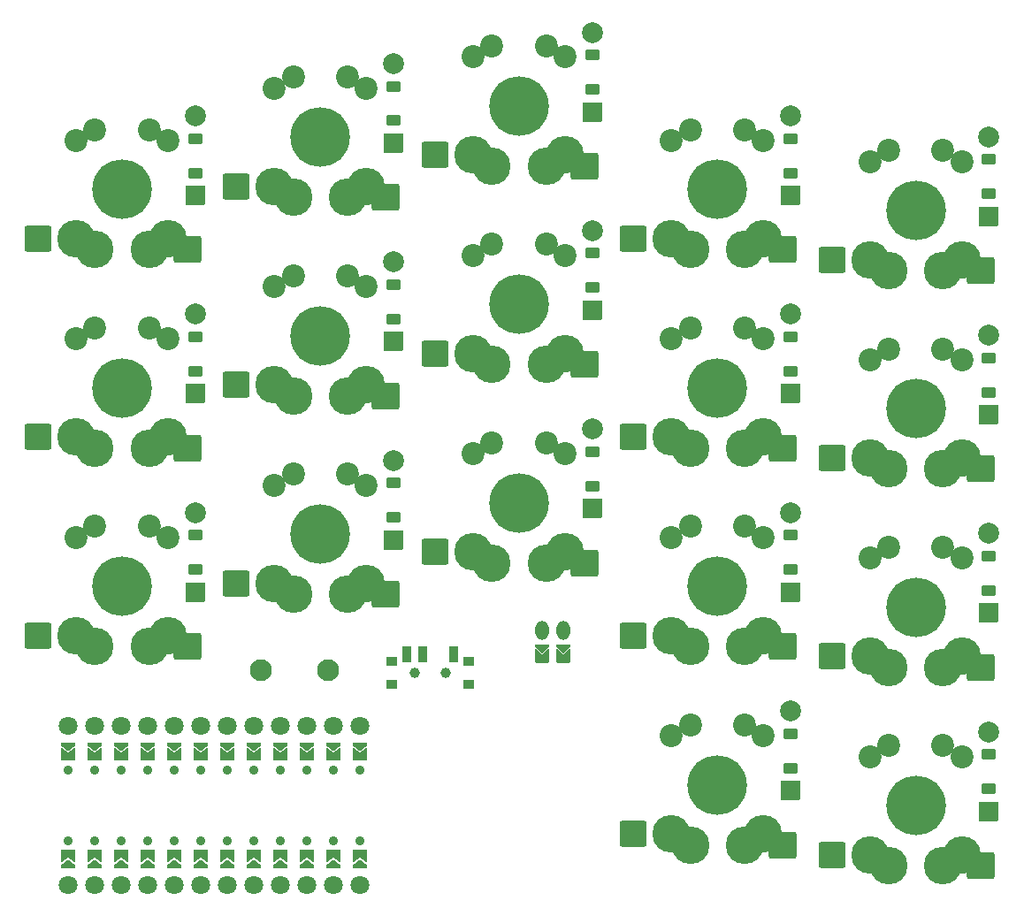
<source format=gbr>
%TF.GenerationSoftware,KiCad,Pcbnew,8.0.4*%
%TF.CreationDate,2024-08-31T21:53:54+08:00*%
%TF.ProjectId,board,626f6172-642e-46b6-9963-61645f706362,v1.0.0*%
%TF.SameCoordinates,Original*%
%TF.FileFunction,Soldermask,Bot*%
%TF.FilePolarity,Negative*%
%FSLAX46Y46*%
G04 Gerber Fmt 4.6, Leading zero omitted, Abs format (unit mm)*
G04 Created by KiCad (PCBNEW 8.0.4) date 2024-08-31 21:53:54*
%MOMM*%
%LPD*%
G01*
G04 APERTURE LIST*
G04 Aperture macros list*
%AMRoundRect*
0 Rectangle with rounded corners*
0 $1 Rounding radius*
0 $2 $3 $4 $5 $6 $7 $8 $9 X,Y pos of 4 corners*
0 Add a 4 corners polygon primitive as box body*
4,1,4,$2,$3,$4,$5,$6,$7,$8,$9,$2,$3,0*
0 Add four circle primitives for the rounded corners*
1,1,$1+$1,$2,$3*
1,1,$1+$1,$4,$5*
1,1,$1+$1,$6,$7*
1,1,$1+$1,$8,$9*
0 Add four rect primitives between the rounded corners*
20,1,$1+$1,$2,$3,$4,$5,0*
20,1,$1+$1,$4,$5,$6,$7,0*
20,1,$1+$1,$6,$7,$8,$9,0*
20,1,$1+$1,$8,$9,$2,$3,0*%
%AMFreePoly0*
4,1,16,-0.214645,0.660355,-0.210957,0.656235,0.289043,0.031235,0.299694,-0.005522,0.289043,-0.031235,-0.210957,-0.656235,-0.244478,-0.674694,-0.250000,-0.675000,-0.500000,-0.675000,-0.535355,-0.660355,-0.550000,-0.625000,-0.550000,0.625000,-0.535355,0.660355,-0.500000,0.675000,-0.250000,0.675000,-0.214645,0.660355,-0.214645,0.660355,$1*%
%AMFreePoly1*
4,1,16,0.535355,0.660355,0.550000,0.625000,0.550000,-0.625000,0.535355,-0.660355,0.500000,-0.675000,-0.650000,-0.675000,-0.685355,-0.660355,-0.700000,-0.625000,-0.689043,-0.593765,-0.214031,0.000000,-0.689043,0.593765,-0.699694,0.630522,-0.681235,0.664043,-0.650000,0.675000,0.500000,0.675000,0.535355,0.660355,0.535355,0.660355,$1*%
%AMFreePoly2*
4,1,16,0.635355,0.285355,0.650000,0.250000,0.650000,-1.000000,0.635355,-1.035355,0.600000,-1.050000,0.564645,-1.035355,0.000000,-0.470710,-0.564645,-1.035355,-0.600000,-1.050000,-0.635355,-1.035355,-0.650000,-1.000000,-0.650000,0.250000,-0.635355,0.285355,-0.600000,0.300000,0.600000,0.300000,0.635355,0.285355,0.635355,0.285355,$1*%
%AMFreePoly3*
4,1,14,0.035355,0.435355,0.635355,-0.164645,0.650000,-0.200000,0.650000,-0.400000,0.635355,-0.435355,0.600000,-0.450000,-0.600000,-0.450000,-0.635355,-0.435355,-0.650000,-0.400000,-0.650000,-0.200000,-0.635355,-0.164645,-0.035355,0.435355,0.000000,0.450000,0.035355,0.435355,0.035355,0.435355,$1*%
G04 Aperture macros list end*
%ADD10FreePoly0,270.000000*%
%ADD11C,1.800000*%
%ADD12FreePoly0,90.000000*%
%ADD13FreePoly1,90.000000*%
%ADD14C,0.900000*%
%ADD15FreePoly1,270.000000*%
%ADD16RoundRect,0.050000X0.500000X0.400000X-0.500000X0.400000X-0.500000X-0.400000X0.500000X-0.400000X0*%
%ADD17C,1.000000*%
%ADD18RoundRect,0.050000X0.350000X0.750000X-0.350000X0.750000X-0.350000X-0.750000X0.350000X-0.750000X0*%
%ADD19FreePoly2,180.000000*%
%ADD20O,1.300000X1.850000*%
%ADD21FreePoly3,180.000000*%
%ADD22C,2.100000*%
%ADD23RoundRect,0.050000X0.889000X-0.889000X0.889000X0.889000X-0.889000X0.889000X-0.889000X-0.889000X0*%
%ADD24RoundRect,0.050000X0.600000X-0.450000X0.600000X0.450000X-0.600000X0.450000X-0.600000X-0.450000X0*%
%ADD25C,2.005000*%
%ADD26RoundRect,0.250000X-1.050000X-1.000000X1.050000X-1.000000X1.050000X1.000000X-1.050000X1.000000X0*%
%ADD27C,3.600000*%
%ADD28C,5.700000*%
%ADD29C,2.200000*%
%ADD30RoundRect,0.260000X-1.090000X-1.040000X1.090000X-1.040000X1.090000X1.040000X-1.090000X1.040000X0*%
G04 APERTURE END LIST*
D10*
%TO.C,MCU1*%
X169810000Y-171450000D03*
D11*
X169810000Y-169330000D03*
D10*
X172350000Y-171450000D03*
D11*
X172350000Y-169330000D03*
D10*
X174890000Y-171450000D03*
D11*
X174890000Y-169330000D03*
D10*
X177430000Y-171450000D03*
D11*
X177430000Y-169330000D03*
D10*
X179970000Y-171450000D03*
D11*
X179970000Y-169330000D03*
D10*
X182510000Y-171450000D03*
D11*
X182510000Y-169330000D03*
D10*
X185050000Y-171450000D03*
D11*
X185050000Y-169330000D03*
D10*
X187590000Y-171450000D03*
D11*
X187590000Y-169330000D03*
D10*
X190130000Y-171450000D03*
D11*
X190130000Y-169330000D03*
D10*
X192670000Y-171450000D03*
D11*
X192670000Y-169330000D03*
D10*
X195210000Y-171450000D03*
D11*
X195210000Y-169330000D03*
D10*
X197750000Y-171450000D03*
D11*
X197750000Y-169330000D03*
X197750000Y-184570000D03*
D12*
X197750000Y-182450000D03*
D11*
X195210000Y-184570000D03*
D12*
X195210000Y-182450000D03*
D11*
X192670000Y-184570000D03*
D12*
X192670000Y-182450000D03*
D11*
X190130000Y-184570000D03*
D12*
X190130000Y-182450000D03*
D11*
X187590000Y-184570000D03*
D12*
X187590000Y-182450000D03*
D11*
X185050000Y-184570000D03*
D12*
X185050000Y-182450000D03*
D11*
X182510000Y-184570000D03*
D12*
X182510000Y-182450000D03*
D11*
X179970000Y-184570000D03*
D12*
X179970000Y-182450000D03*
D11*
X177430000Y-184570000D03*
D12*
X177430000Y-182450000D03*
D11*
X174890000Y-184570000D03*
D12*
X174890000Y-182450000D03*
D11*
X172350000Y-184570000D03*
D12*
X172350000Y-182450000D03*
D11*
X169810000Y-184570000D03*
D12*
X169810000Y-182450000D03*
D13*
X169810000Y-181725000D03*
D14*
X169810000Y-173550000D03*
D13*
X172350000Y-181725000D03*
D14*
X172350000Y-173550000D03*
D13*
X174890000Y-181725000D03*
D14*
X174890000Y-173550000D03*
D13*
X177430000Y-181725000D03*
D14*
X177430000Y-173550000D03*
D13*
X179970000Y-181725000D03*
D14*
X179970000Y-173550000D03*
D13*
X182510000Y-181725000D03*
D14*
X182510000Y-173550000D03*
D13*
X185050000Y-181725000D03*
D14*
X185050000Y-173550000D03*
D13*
X187590000Y-181725000D03*
D14*
X187590000Y-173550000D03*
D13*
X190130000Y-181725000D03*
D14*
X190130000Y-173550000D03*
D13*
X192670000Y-181725000D03*
D14*
X192670000Y-173550000D03*
D13*
X195210000Y-181725000D03*
D14*
X195210000Y-173550000D03*
D13*
X197750000Y-181725000D03*
D14*
X197750000Y-173550000D03*
X197750000Y-180350000D03*
D15*
X197750000Y-172175000D03*
D14*
X195210000Y-180350000D03*
D15*
X195210000Y-172175000D03*
D14*
X192670000Y-180350000D03*
D15*
X192670000Y-172175000D03*
D14*
X190130000Y-180350000D03*
D15*
X190130000Y-172175000D03*
D14*
X187590000Y-180350000D03*
D15*
X187590000Y-172175000D03*
D14*
X185050000Y-180350000D03*
D15*
X185050000Y-172175000D03*
D14*
X182510000Y-180350000D03*
D15*
X182510000Y-172175000D03*
D14*
X179970000Y-180350000D03*
D15*
X179970000Y-172175000D03*
D14*
X177430000Y-180350000D03*
D15*
X177430000Y-172175000D03*
D14*
X174890000Y-180350000D03*
D15*
X174890000Y-172175000D03*
D14*
X172350000Y-180350000D03*
D15*
X172350000Y-172175000D03*
D14*
X169810000Y-180350000D03*
D15*
X169810000Y-172175000D03*
%TD*%
D16*
%TO.C,PWR1*%
X208150000Y-163139999D03*
X200850000Y-163140000D03*
D17*
X206000000Y-164250000D03*
X203000000Y-164250000D03*
D16*
X208150000Y-165350000D03*
X200850000Y-165350000D03*
D18*
X206750000Y-162490000D03*
X203750000Y-162490000D03*
X202250000Y-162490000D03*
%TD*%
D19*
%TO.C,JST1*%
X217250000Y-163000000D03*
X215250000Y-163000000D03*
D20*
X215250000Y-160184000D03*
X217250000Y-160184000D03*
D21*
X215250000Y-161984000D03*
X217250000Y-161984000D03*
%TD*%
D22*
%TO.C,RST1*%
X194750000Y-164000000D03*
X188250000Y-164000000D03*
%TD*%
D23*
%TO.C,D14*%
X258000000Y-177560000D03*
D24*
X258000000Y-175400000D03*
X258000000Y-172100000D03*
D25*
X258000000Y-169940000D03*
%TD*%
D23*
%TO.C,D5*%
X201000000Y-132560000D03*
D24*
X201000000Y-130400000D03*
X201000000Y-127100000D03*
D25*
X201000000Y-124940000D03*
%TD*%
D23*
%TO.C,D11*%
X239000000Y-156560000D03*
D24*
X239000000Y-154400000D03*
X239000000Y-151100000D03*
D25*
X239000000Y-148940000D03*
%TD*%
D26*
%TO.C,S16*%
X242950000Y-143700000D03*
D27*
X248400000Y-144750000D03*
D28*
X251000000Y-139000000D03*
D27*
X253600000Y-144750000D03*
D29*
X246600000Y-134300000D03*
D27*
X246600000Y-143700000D03*
D29*
X248400000Y-133250000D03*
X253600000Y-133250000D03*
X255400000Y-134300000D03*
D27*
X255400000Y-143700000D03*
D30*
X257250000Y-144750000D03*
%TD*%
D26*
%TO.C,S8*%
X204950000Y-133700000D03*
D27*
X210400000Y-134750000D03*
D28*
X213000000Y-129000000D03*
D27*
X215600000Y-134750000D03*
D29*
X208600000Y-124300000D03*
D27*
X208600000Y-133700000D03*
D29*
X210400000Y-123250000D03*
X215600000Y-123250000D03*
X217400000Y-124300000D03*
D27*
X217400000Y-133700000D03*
D30*
X219250000Y-134750000D03*
%TD*%
D26*
%TO.C,S17*%
X242950000Y-124700000D03*
D27*
X248400000Y-125750000D03*
D28*
X251000000Y-120000000D03*
D27*
X253600000Y-125750000D03*
D29*
X246600000Y-115300000D03*
D27*
X246600000Y-124700000D03*
D29*
X248400000Y-114250000D03*
X253600000Y-114250000D03*
X255400000Y-115300000D03*
D27*
X255400000Y-124700000D03*
D30*
X257250000Y-125750000D03*
%TD*%
D23*
%TO.C,D3*%
X182000000Y-118560000D03*
D24*
X182000000Y-116400000D03*
X182000000Y-113100000D03*
D25*
X182000000Y-110940000D03*
%TD*%
D26*
%TO.C,S9*%
X204950000Y-114700000D03*
D27*
X210400000Y-115750000D03*
D28*
X213000000Y-110000000D03*
D27*
X215600000Y-115750000D03*
D29*
X208600000Y-105300000D03*
D27*
X208600000Y-114700000D03*
D29*
X210400000Y-104250000D03*
X215600000Y-104250000D03*
X217400000Y-105300000D03*
D27*
X217400000Y-114700000D03*
D30*
X219250000Y-115750000D03*
%TD*%
D26*
%TO.C,S11*%
X223950000Y-160700000D03*
D27*
X229400000Y-161750000D03*
D28*
X232000000Y-156000000D03*
D27*
X234600000Y-161750000D03*
D29*
X227600000Y-151300000D03*
D27*
X227600000Y-160700000D03*
D29*
X229400000Y-150250000D03*
X234600000Y-150250000D03*
X236400000Y-151300000D03*
D27*
X236400000Y-160700000D03*
D30*
X238250000Y-161750000D03*
%TD*%
D26*
%TO.C,S15*%
X242950000Y-162700000D03*
D27*
X248400000Y-163750000D03*
D28*
X251000000Y-158000000D03*
D27*
X253600000Y-163750000D03*
D29*
X246600000Y-153300000D03*
D27*
X246600000Y-162700000D03*
D29*
X248400000Y-152250000D03*
X253600000Y-152250000D03*
X255400000Y-153300000D03*
D27*
X255400000Y-162700000D03*
D30*
X257250000Y-163750000D03*
%TD*%
D26*
%TO.C,S7*%
X204950000Y-152700000D03*
D27*
X210400000Y-153750000D03*
D28*
X213000000Y-148000000D03*
D27*
X215600000Y-153750000D03*
D29*
X208600000Y-143300000D03*
D27*
X208600000Y-152700000D03*
D29*
X210400000Y-142250000D03*
X215600000Y-142250000D03*
X217400000Y-143300000D03*
D27*
X217400000Y-152700000D03*
D30*
X219250000Y-153750000D03*
%TD*%
D23*
%TO.C,D10*%
X239000000Y-175560000D03*
D24*
X239000000Y-173400000D03*
X239000000Y-170100000D03*
D25*
X239000000Y-167940000D03*
%TD*%
D23*
%TO.C,D12*%
X239000000Y-137560000D03*
D24*
X239000000Y-135400000D03*
X239000000Y-132100000D03*
D25*
X239000000Y-129940000D03*
%TD*%
D23*
%TO.C,D8*%
X220000000Y-129560000D03*
D24*
X220000000Y-127400000D03*
X220000000Y-124100000D03*
D25*
X220000000Y-121940000D03*
%TD*%
D23*
%TO.C,D2*%
X182000000Y-137560000D03*
D24*
X182000000Y-135400000D03*
X182000000Y-132100000D03*
D25*
X182000000Y-129940000D03*
%TD*%
D26*
%TO.C,S5*%
X185950000Y-136700000D03*
D27*
X191400000Y-137750000D03*
D28*
X194000000Y-132000000D03*
D27*
X196600000Y-137750000D03*
D29*
X189600000Y-127300000D03*
D27*
X189600000Y-136700000D03*
D29*
X191400000Y-126250000D03*
X196600000Y-126250000D03*
X198400000Y-127300000D03*
D27*
X198400000Y-136700000D03*
D30*
X200250000Y-137750000D03*
%TD*%
D26*
%TO.C,S6*%
X185950000Y-117700000D03*
D27*
X191400000Y-118750000D03*
D28*
X194000000Y-113000000D03*
D27*
X196600000Y-118750000D03*
D29*
X189600000Y-108300000D03*
D27*
X189600000Y-117700000D03*
D29*
X191400000Y-107250000D03*
X196600000Y-107250000D03*
X198400000Y-108300000D03*
D27*
X198400000Y-117700000D03*
D30*
X200250000Y-118750000D03*
%TD*%
D26*
%TO.C,S14*%
X242950000Y-181700000D03*
D27*
X248400000Y-182750000D03*
D28*
X251000000Y-177000000D03*
D27*
X253600000Y-182750000D03*
D29*
X246600000Y-172300000D03*
D27*
X246600000Y-181700000D03*
D29*
X248400000Y-171250000D03*
X253600000Y-171250000D03*
X255400000Y-172300000D03*
D27*
X255400000Y-181700000D03*
D30*
X257250000Y-182750000D03*
%TD*%
D23*
%TO.C,D9*%
X220000000Y-110560000D03*
D24*
X220000000Y-108400000D03*
X220000000Y-105100000D03*
D25*
X220000000Y-102940000D03*
%TD*%
D23*
%TO.C,D6*%
X201000000Y-113560000D03*
D24*
X201000000Y-111400000D03*
X201000000Y-108100000D03*
D25*
X201000000Y-105940000D03*
%TD*%
D26*
%TO.C,S3*%
X166950000Y-122700000D03*
D27*
X172400000Y-123750000D03*
D28*
X175000000Y-118000000D03*
D27*
X177600000Y-123750000D03*
D29*
X170600000Y-113300000D03*
D27*
X170600000Y-122700000D03*
D29*
X172400000Y-112250000D03*
X177600000Y-112250000D03*
X179400000Y-113300000D03*
D27*
X179400000Y-122700000D03*
D30*
X181250000Y-123750000D03*
%TD*%
D26*
%TO.C,S1*%
X166950000Y-160700000D03*
D27*
X172400000Y-161750000D03*
D28*
X175000000Y-156000000D03*
D27*
X177600000Y-161750000D03*
D29*
X170600000Y-151300000D03*
D27*
X170600000Y-160700000D03*
D29*
X172400000Y-150250000D03*
X177600000Y-150250000D03*
X179400000Y-151300000D03*
D27*
X179400000Y-160700000D03*
D30*
X181250000Y-161750000D03*
%TD*%
D23*
%TO.C,D15*%
X258000000Y-158560000D03*
D24*
X258000000Y-156400000D03*
X258000000Y-153100000D03*
D25*
X258000000Y-150940000D03*
%TD*%
D23*
%TO.C,D16*%
X258000000Y-139560000D03*
D24*
X258000000Y-137400000D03*
X258000000Y-134100000D03*
D25*
X258000000Y-131940000D03*
%TD*%
D26*
%TO.C,S10*%
X223950000Y-179700000D03*
D27*
X229400000Y-180750000D03*
D28*
X232000000Y-175000000D03*
D27*
X234600000Y-180750000D03*
D29*
X227600000Y-170300000D03*
D27*
X227600000Y-179700000D03*
D29*
X229400000Y-169250000D03*
X234600000Y-169250000D03*
X236400000Y-170300000D03*
D27*
X236400000Y-179700000D03*
D30*
X238250000Y-180750000D03*
%TD*%
D26*
%TO.C,S4*%
X185950000Y-155700000D03*
D27*
X191400000Y-156750000D03*
D28*
X194000000Y-151000000D03*
D27*
X196600000Y-156750000D03*
D29*
X189600000Y-146300000D03*
D27*
X189600000Y-155700000D03*
D29*
X191400000Y-145250000D03*
X196600000Y-145250000D03*
X198400000Y-146300000D03*
D27*
X198400000Y-155700000D03*
D30*
X200250000Y-156750000D03*
%TD*%
D26*
%TO.C,S13*%
X223950000Y-122700000D03*
D27*
X229400000Y-123750000D03*
D28*
X232000000Y-118000000D03*
D27*
X234600000Y-123750000D03*
D29*
X227600000Y-113300000D03*
D27*
X227600000Y-122700000D03*
D29*
X229400000Y-112250000D03*
X234600000Y-112250000D03*
X236400000Y-113300000D03*
D27*
X236400000Y-122700000D03*
D30*
X238250000Y-123750000D03*
%TD*%
D23*
%TO.C,D13*%
X239000000Y-118560000D03*
D24*
X239000000Y-116400000D03*
X239000000Y-113100000D03*
D25*
X239000000Y-110940000D03*
%TD*%
D26*
%TO.C,S12*%
X223950000Y-141700000D03*
D27*
X229400000Y-142750000D03*
D28*
X232000000Y-137000000D03*
D27*
X234600000Y-142750000D03*
D29*
X227600000Y-132300000D03*
D27*
X227600000Y-141700000D03*
D29*
X229400000Y-131250000D03*
X234600000Y-131250000D03*
X236400000Y-132300000D03*
D27*
X236400000Y-141700000D03*
D30*
X238250000Y-142750000D03*
%TD*%
D23*
%TO.C,D7*%
X220000000Y-148560000D03*
D24*
X220000000Y-146400000D03*
X220000000Y-143100000D03*
D25*
X220000000Y-140940000D03*
%TD*%
D26*
%TO.C,S2*%
X166950000Y-141700000D03*
D27*
X172400000Y-142750000D03*
D28*
X175000000Y-137000000D03*
D27*
X177600000Y-142750000D03*
D29*
X170600000Y-132300000D03*
D27*
X170600000Y-141700000D03*
D29*
X172400000Y-131250000D03*
X177600000Y-131250000D03*
X179400000Y-132300000D03*
D27*
X179400000Y-141700000D03*
D30*
X181250000Y-142750000D03*
%TD*%
D23*
%TO.C,D1*%
X182000000Y-156560000D03*
D24*
X182000000Y-154400000D03*
X182000000Y-151100000D03*
D25*
X182000000Y-148940000D03*
%TD*%
D23*
%TO.C,D17*%
X258000000Y-120560000D03*
D24*
X258000000Y-118400000D03*
X258000000Y-115100000D03*
D25*
X258000000Y-112940000D03*
%TD*%
D23*
%TO.C,D4*%
X201000000Y-151560000D03*
D24*
X201000000Y-149400000D03*
X201000000Y-146100000D03*
D25*
X201000000Y-143940000D03*
%TD*%
M02*

</source>
